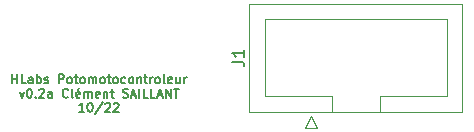
<source format=gbr>
%TF.GenerationSoftware,KiCad,Pcbnew,(6.0.9-0)*%
%TF.CreationDate,2022-11-28T12:31:09+01:00*%
%TF.ProjectId,Hlabs motor cotrol cnc proto,486c6162-7320-46d6-9f74-6f7220636f74,rev?*%
%TF.SameCoordinates,Original*%
%TF.FileFunction,Legend,Top*%
%TF.FilePolarity,Positive*%
%FSLAX46Y46*%
G04 Gerber Fmt 4.6, Leading zero omitted, Abs format (unit mm)*
G04 Created by KiCad (PCBNEW (6.0.9-0)) date 2022-11-28 12:31:09*
%MOMM*%
%LPD*%
G01*
G04 APERTURE LIST*
%ADD10C,0.187500*%
%ADD11C,0.150000*%
%ADD12C,0.120000*%
G04 APERTURE END LIST*
D10*
X82678571Y-138131785D02*
X82678571Y-137381785D01*
X82678571Y-137738928D02*
X83107142Y-137738928D01*
X83107142Y-138131785D02*
X83107142Y-137381785D01*
X83821428Y-138131785D02*
X83464285Y-138131785D01*
X83464285Y-137381785D01*
X84392857Y-138131785D02*
X84392857Y-137738928D01*
X84357142Y-137667500D01*
X84285714Y-137631785D01*
X84142857Y-137631785D01*
X84071428Y-137667500D01*
X84392857Y-138096071D02*
X84321428Y-138131785D01*
X84142857Y-138131785D01*
X84071428Y-138096071D01*
X84035714Y-138024642D01*
X84035714Y-137953214D01*
X84071428Y-137881785D01*
X84142857Y-137846071D01*
X84321428Y-137846071D01*
X84392857Y-137810357D01*
X84750000Y-138131785D02*
X84750000Y-137381785D01*
X84750000Y-137667500D02*
X84821428Y-137631785D01*
X84964285Y-137631785D01*
X85035714Y-137667500D01*
X85071428Y-137703214D01*
X85107142Y-137774642D01*
X85107142Y-137988928D01*
X85071428Y-138060357D01*
X85035714Y-138096071D01*
X84964285Y-138131785D01*
X84821428Y-138131785D01*
X84750000Y-138096071D01*
X85392857Y-138096071D02*
X85464285Y-138131785D01*
X85607142Y-138131785D01*
X85678571Y-138096071D01*
X85714285Y-138024642D01*
X85714285Y-137988928D01*
X85678571Y-137917500D01*
X85607142Y-137881785D01*
X85500000Y-137881785D01*
X85428571Y-137846071D01*
X85392857Y-137774642D01*
X85392857Y-137738928D01*
X85428571Y-137667500D01*
X85500000Y-137631785D01*
X85607142Y-137631785D01*
X85678571Y-137667500D01*
X86607142Y-138131785D02*
X86607142Y-137381785D01*
X86892857Y-137381785D01*
X86964285Y-137417500D01*
X87000000Y-137453214D01*
X87035714Y-137524642D01*
X87035714Y-137631785D01*
X87000000Y-137703214D01*
X86964285Y-137738928D01*
X86892857Y-137774642D01*
X86607142Y-137774642D01*
X87464285Y-138131785D02*
X87392857Y-138096071D01*
X87357142Y-138060357D01*
X87321428Y-137988928D01*
X87321428Y-137774642D01*
X87357142Y-137703214D01*
X87392857Y-137667500D01*
X87464285Y-137631785D01*
X87571428Y-137631785D01*
X87642857Y-137667500D01*
X87678571Y-137703214D01*
X87714285Y-137774642D01*
X87714285Y-137988928D01*
X87678571Y-138060357D01*
X87642857Y-138096071D01*
X87571428Y-138131785D01*
X87464285Y-138131785D01*
X87928571Y-137631785D02*
X88214285Y-137631785D01*
X88035714Y-137381785D02*
X88035714Y-138024642D01*
X88071428Y-138096071D01*
X88142857Y-138131785D01*
X88214285Y-138131785D01*
X88571428Y-138131785D02*
X88500000Y-138096071D01*
X88464285Y-138060357D01*
X88428571Y-137988928D01*
X88428571Y-137774642D01*
X88464285Y-137703214D01*
X88500000Y-137667500D01*
X88571428Y-137631785D01*
X88678571Y-137631785D01*
X88750000Y-137667500D01*
X88785714Y-137703214D01*
X88821428Y-137774642D01*
X88821428Y-137988928D01*
X88785714Y-138060357D01*
X88750000Y-138096071D01*
X88678571Y-138131785D01*
X88571428Y-138131785D01*
X89142857Y-138131785D02*
X89142857Y-137631785D01*
X89142857Y-137703214D02*
X89178571Y-137667500D01*
X89250000Y-137631785D01*
X89357142Y-137631785D01*
X89428571Y-137667500D01*
X89464285Y-137738928D01*
X89464285Y-138131785D01*
X89464285Y-137738928D02*
X89500000Y-137667500D01*
X89571428Y-137631785D01*
X89678571Y-137631785D01*
X89750000Y-137667500D01*
X89785714Y-137738928D01*
X89785714Y-138131785D01*
X90250000Y-138131785D02*
X90178571Y-138096071D01*
X90142857Y-138060357D01*
X90107142Y-137988928D01*
X90107142Y-137774642D01*
X90142857Y-137703214D01*
X90178571Y-137667500D01*
X90250000Y-137631785D01*
X90357142Y-137631785D01*
X90428571Y-137667500D01*
X90464285Y-137703214D01*
X90500000Y-137774642D01*
X90500000Y-137988928D01*
X90464285Y-138060357D01*
X90428571Y-138096071D01*
X90357142Y-138131785D01*
X90250000Y-138131785D01*
X90714285Y-137631785D02*
X91000000Y-137631785D01*
X90821428Y-137381785D02*
X90821428Y-138024642D01*
X90857142Y-138096071D01*
X90928571Y-138131785D01*
X91000000Y-138131785D01*
X91357142Y-138131785D02*
X91285714Y-138096071D01*
X91250000Y-138060357D01*
X91214285Y-137988928D01*
X91214285Y-137774642D01*
X91250000Y-137703214D01*
X91285714Y-137667500D01*
X91357142Y-137631785D01*
X91464285Y-137631785D01*
X91535714Y-137667500D01*
X91571428Y-137703214D01*
X91607142Y-137774642D01*
X91607142Y-137988928D01*
X91571428Y-138060357D01*
X91535714Y-138096071D01*
X91464285Y-138131785D01*
X91357142Y-138131785D01*
X92250000Y-138096071D02*
X92178571Y-138131785D01*
X92035714Y-138131785D01*
X91964285Y-138096071D01*
X91928571Y-138060357D01*
X91892857Y-137988928D01*
X91892857Y-137774642D01*
X91928571Y-137703214D01*
X91964285Y-137667500D01*
X92035714Y-137631785D01*
X92178571Y-137631785D01*
X92250000Y-137667500D01*
X92678571Y-138131785D02*
X92607142Y-138096071D01*
X92571428Y-138060357D01*
X92535714Y-137988928D01*
X92535714Y-137774642D01*
X92571428Y-137703214D01*
X92607142Y-137667500D01*
X92678571Y-137631785D01*
X92785714Y-137631785D01*
X92857142Y-137667500D01*
X92892857Y-137703214D01*
X92928571Y-137774642D01*
X92928571Y-137988928D01*
X92892857Y-138060357D01*
X92857142Y-138096071D01*
X92785714Y-138131785D01*
X92678571Y-138131785D01*
X93250000Y-137631785D02*
X93250000Y-138131785D01*
X93250000Y-137703214D02*
X93285714Y-137667500D01*
X93357142Y-137631785D01*
X93464285Y-137631785D01*
X93535714Y-137667500D01*
X93571428Y-137738928D01*
X93571428Y-138131785D01*
X93821428Y-137631785D02*
X94107142Y-137631785D01*
X93928571Y-137381785D02*
X93928571Y-138024642D01*
X93964285Y-138096071D01*
X94035714Y-138131785D01*
X94107142Y-138131785D01*
X94357142Y-138131785D02*
X94357142Y-137631785D01*
X94357142Y-137774642D02*
X94392857Y-137703214D01*
X94428571Y-137667500D01*
X94500000Y-137631785D01*
X94571428Y-137631785D01*
X94928571Y-138131785D02*
X94857142Y-138096071D01*
X94821428Y-138060357D01*
X94785714Y-137988928D01*
X94785714Y-137774642D01*
X94821428Y-137703214D01*
X94857142Y-137667500D01*
X94928571Y-137631785D01*
X95035714Y-137631785D01*
X95107142Y-137667500D01*
X95142857Y-137703214D01*
X95178571Y-137774642D01*
X95178571Y-137988928D01*
X95142857Y-138060357D01*
X95107142Y-138096071D01*
X95035714Y-138131785D01*
X94928571Y-138131785D01*
X95607142Y-138131785D02*
X95535714Y-138096071D01*
X95500000Y-138024642D01*
X95500000Y-137381785D01*
X96178571Y-138096071D02*
X96107142Y-138131785D01*
X95964285Y-138131785D01*
X95892857Y-138096071D01*
X95857142Y-138024642D01*
X95857142Y-137738928D01*
X95892857Y-137667500D01*
X95964285Y-137631785D01*
X96107142Y-137631785D01*
X96178571Y-137667500D01*
X96214285Y-137738928D01*
X96214285Y-137810357D01*
X95857142Y-137881785D01*
X96857142Y-137631785D02*
X96857142Y-138131785D01*
X96535714Y-137631785D02*
X96535714Y-138024642D01*
X96571428Y-138096071D01*
X96642857Y-138131785D01*
X96750000Y-138131785D01*
X96821428Y-138096071D01*
X96857142Y-138060357D01*
X97214285Y-138131785D02*
X97214285Y-137631785D01*
X97214285Y-137774642D02*
X97250000Y-137703214D01*
X97285714Y-137667500D01*
X97357142Y-137631785D01*
X97428571Y-137631785D01*
X83285714Y-138839285D02*
X83464285Y-139339285D01*
X83642857Y-138839285D01*
X84071428Y-138589285D02*
X84142857Y-138589285D01*
X84214285Y-138625000D01*
X84250000Y-138660714D01*
X84285714Y-138732142D01*
X84321428Y-138875000D01*
X84321428Y-139053571D01*
X84285714Y-139196428D01*
X84250000Y-139267857D01*
X84214285Y-139303571D01*
X84142857Y-139339285D01*
X84071428Y-139339285D01*
X84000000Y-139303571D01*
X83964285Y-139267857D01*
X83928571Y-139196428D01*
X83892857Y-139053571D01*
X83892857Y-138875000D01*
X83928571Y-138732142D01*
X83964285Y-138660714D01*
X84000000Y-138625000D01*
X84071428Y-138589285D01*
X84642857Y-139267857D02*
X84678571Y-139303571D01*
X84642857Y-139339285D01*
X84607142Y-139303571D01*
X84642857Y-139267857D01*
X84642857Y-139339285D01*
X84964285Y-138660714D02*
X85000000Y-138625000D01*
X85071428Y-138589285D01*
X85250000Y-138589285D01*
X85321428Y-138625000D01*
X85357142Y-138660714D01*
X85392857Y-138732142D01*
X85392857Y-138803571D01*
X85357142Y-138910714D01*
X84928571Y-139339285D01*
X85392857Y-139339285D01*
X86035714Y-139339285D02*
X86035714Y-138946428D01*
X86000000Y-138875000D01*
X85928571Y-138839285D01*
X85785714Y-138839285D01*
X85714285Y-138875000D01*
X86035714Y-139303571D02*
X85964285Y-139339285D01*
X85785714Y-139339285D01*
X85714285Y-139303571D01*
X85678571Y-139232142D01*
X85678571Y-139160714D01*
X85714285Y-139089285D01*
X85785714Y-139053571D01*
X85964285Y-139053571D01*
X86035714Y-139017857D01*
X87392857Y-139267857D02*
X87357142Y-139303571D01*
X87250000Y-139339285D01*
X87178571Y-139339285D01*
X87071428Y-139303571D01*
X87000000Y-139232142D01*
X86964285Y-139160714D01*
X86928571Y-139017857D01*
X86928571Y-138910714D01*
X86964285Y-138767857D01*
X87000000Y-138696428D01*
X87071428Y-138625000D01*
X87178571Y-138589285D01*
X87250000Y-138589285D01*
X87357142Y-138625000D01*
X87392857Y-138660714D01*
X87821428Y-139339285D02*
X87750000Y-139303571D01*
X87714285Y-139232142D01*
X87714285Y-138589285D01*
X88392857Y-139303571D02*
X88321428Y-139339285D01*
X88178571Y-139339285D01*
X88107142Y-139303571D01*
X88071428Y-139232142D01*
X88071428Y-138946428D01*
X88107142Y-138875000D01*
X88178571Y-138839285D01*
X88321428Y-138839285D01*
X88392857Y-138875000D01*
X88428571Y-138946428D01*
X88428571Y-139017857D01*
X88071428Y-139089285D01*
X88321428Y-138553571D02*
X88214285Y-138660714D01*
X88750000Y-139339285D02*
X88750000Y-138839285D01*
X88750000Y-138910714D02*
X88785714Y-138875000D01*
X88857142Y-138839285D01*
X88964285Y-138839285D01*
X89035714Y-138875000D01*
X89071428Y-138946428D01*
X89071428Y-139339285D01*
X89071428Y-138946428D02*
X89107142Y-138875000D01*
X89178571Y-138839285D01*
X89285714Y-138839285D01*
X89357142Y-138875000D01*
X89392857Y-138946428D01*
X89392857Y-139339285D01*
X90035714Y-139303571D02*
X89964285Y-139339285D01*
X89821428Y-139339285D01*
X89750000Y-139303571D01*
X89714285Y-139232142D01*
X89714285Y-138946428D01*
X89750000Y-138875000D01*
X89821428Y-138839285D01*
X89964285Y-138839285D01*
X90035714Y-138875000D01*
X90071428Y-138946428D01*
X90071428Y-139017857D01*
X89714285Y-139089285D01*
X90392857Y-138839285D02*
X90392857Y-139339285D01*
X90392857Y-138910714D02*
X90428571Y-138875000D01*
X90500000Y-138839285D01*
X90607142Y-138839285D01*
X90678571Y-138875000D01*
X90714285Y-138946428D01*
X90714285Y-139339285D01*
X90964285Y-138839285D02*
X91250000Y-138839285D01*
X91071428Y-138589285D02*
X91071428Y-139232142D01*
X91107142Y-139303571D01*
X91178571Y-139339285D01*
X91250000Y-139339285D01*
X92035714Y-139303571D02*
X92142857Y-139339285D01*
X92321428Y-139339285D01*
X92392857Y-139303571D01*
X92428571Y-139267857D01*
X92464285Y-139196428D01*
X92464285Y-139125000D01*
X92428571Y-139053571D01*
X92392857Y-139017857D01*
X92321428Y-138982142D01*
X92178571Y-138946428D01*
X92107142Y-138910714D01*
X92071428Y-138875000D01*
X92035714Y-138803571D01*
X92035714Y-138732142D01*
X92071428Y-138660714D01*
X92107142Y-138625000D01*
X92178571Y-138589285D01*
X92357142Y-138589285D01*
X92464285Y-138625000D01*
X92750000Y-139125000D02*
X93107142Y-139125000D01*
X92678571Y-139339285D02*
X92928571Y-138589285D01*
X93178571Y-139339285D01*
X93428571Y-139339285D02*
X93428571Y-138589285D01*
X94142857Y-139339285D02*
X93785714Y-139339285D01*
X93785714Y-138589285D01*
X94750000Y-139339285D02*
X94392857Y-139339285D01*
X94392857Y-138589285D01*
X94964285Y-139125000D02*
X95321428Y-139125000D01*
X94892857Y-139339285D02*
X95142857Y-138589285D01*
X95392857Y-139339285D01*
X95642857Y-139339285D02*
X95642857Y-138589285D01*
X96071428Y-139339285D01*
X96071428Y-138589285D01*
X96321428Y-138589285D02*
X96750000Y-138589285D01*
X96535714Y-139339285D02*
X96535714Y-138589285D01*
X88750000Y-140546785D02*
X88321428Y-140546785D01*
X88535714Y-140546785D02*
X88535714Y-139796785D01*
X88464285Y-139903928D01*
X88392857Y-139975357D01*
X88321428Y-140011071D01*
X89214285Y-139796785D02*
X89285714Y-139796785D01*
X89357142Y-139832500D01*
X89392857Y-139868214D01*
X89428571Y-139939642D01*
X89464285Y-140082500D01*
X89464285Y-140261071D01*
X89428571Y-140403928D01*
X89392857Y-140475357D01*
X89357142Y-140511071D01*
X89285714Y-140546785D01*
X89214285Y-140546785D01*
X89142857Y-140511071D01*
X89107142Y-140475357D01*
X89071428Y-140403928D01*
X89035714Y-140261071D01*
X89035714Y-140082500D01*
X89071428Y-139939642D01*
X89107142Y-139868214D01*
X89142857Y-139832500D01*
X89214285Y-139796785D01*
X90321428Y-139761071D02*
X89678571Y-140725357D01*
X90535714Y-139868214D02*
X90571428Y-139832500D01*
X90642857Y-139796785D01*
X90821428Y-139796785D01*
X90892857Y-139832500D01*
X90928571Y-139868214D01*
X90964285Y-139939642D01*
X90964285Y-140011071D01*
X90928571Y-140118214D01*
X90500000Y-140546785D01*
X90964285Y-140546785D01*
X91250000Y-139868214D02*
X91285714Y-139832500D01*
X91357142Y-139796785D01*
X91535714Y-139796785D01*
X91607142Y-139832500D01*
X91642857Y-139868214D01*
X91678571Y-139939642D01*
X91678571Y-140011071D01*
X91642857Y-140118214D01*
X91214285Y-140546785D01*
X91678571Y-140546785D01*
D11*
%TO.C,J1*%
X101292380Y-136315833D02*
X102006666Y-136315833D01*
X102149523Y-136363452D01*
X102244761Y-136458690D01*
X102292380Y-136601547D01*
X102292380Y-136696785D01*
X102292380Y-135315833D02*
X102292380Y-135887261D01*
X102292380Y-135601547D02*
X101292380Y-135601547D01*
X101435238Y-135696785D01*
X101530476Y-135792023D01*
X101578095Y-135887261D01*
D12*
X108440000Y-141932500D02*
X107940000Y-140932500D01*
X119470000Y-139232500D02*
X113800000Y-139232500D01*
X120770000Y-140542500D02*
X102730000Y-140542500D01*
X104030000Y-139232500D02*
X104030000Y-132732500D01*
X104030000Y-132732500D02*
X119470000Y-132732500D01*
X102730000Y-131422500D02*
X120770000Y-131422500D01*
X119470000Y-132732500D02*
X119470000Y-139232500D01*
X120770000Y-131422500D02*
X120770000Y-140542500D01*
X107940000Y-140932500D02*
X107440000Y-141932500D01*
X102730000Y-140542500D02*
X102730000Y-131422500D01*
X109700000Y-139232500D02*
X104030000Y-139232500D01*
X113800000Y-139232500D02*
X113800000Y-140542500D01*
X113800000Y-139232500D02*
X113800000Y-139232500D01*
X107440000Y-141932500D02*
X108440000Y-141932500D01*
X109700000Y-140542500D02*
X109700000Y-139232500D01*
%TD*%
M02*

</source>
